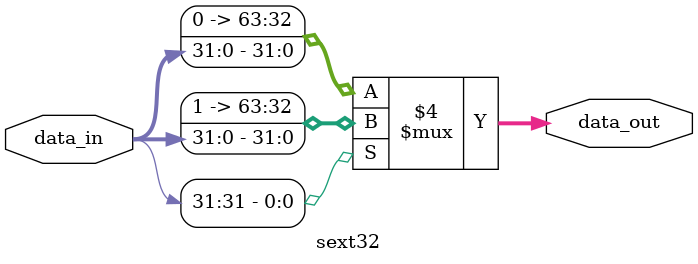
<source format=sv>
`ifndef __SEXT32_SV
`define __SEXT32_SV
`ifdef VERILATOR

`else

`endif


module sext32#(parameter N=32)(
   input [N-1:0] data_in,
   output logic [63:0] data_out

 );
 always_comb begin
   if(data_in[N-1]==1)data_out={{(64-N){1'b1}},data_in};
   else data_out={{(64-N){1'b0}},data_in};
 end
endmodule

`endif
</source>
